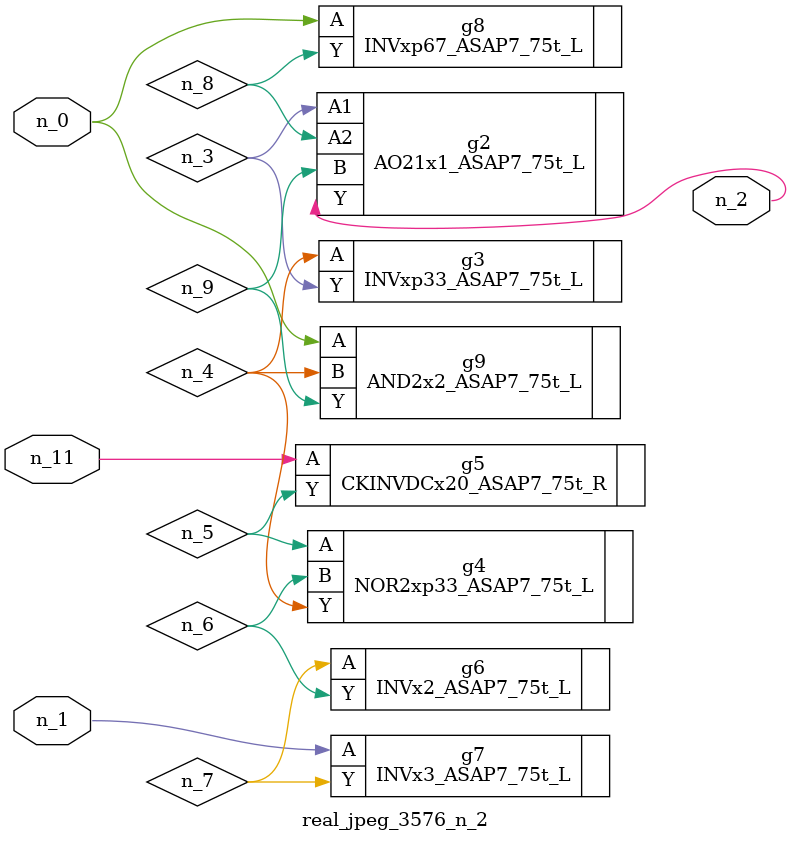
<source format=v>
module real_jpeg_3576_n_2 (n_1, n_11, n_0, n_2);

input n_1;
input n_11;
input n_0;

output n_2;

wire n_5;
wire n_8;
wire n_4;
wire n_6;
wire n_7;
wire n_3;
wire n_9;

INVxp67_ASAP7_75t_L g8 ( 
.A(n_0),
.Y(n_8)
);

AND2x2_ASAP7_75t_L g9 ( 
.A(n_0),
.B(n_4),
.Y(n_9)
);

INVx3_ASAP7_75t_L g7 ( 
.A(n_1),
.Y(n_7)
);

AO21x1_ASAP7_75t_L g2 ( 
.A1(n_3),
.A2(n_8),
.B(n_9),
.Y(n_2)
);

INVxp33_ASAP7_75t_L g3 ( 
.A(n_4),
.Y(n_3)
);

NOR2xp33_ASAP7_75t_L g4 ( 
.A(n_5),
.B(n_6),
.Y(n_4)
);

INVx2_ASAP7_75t_L g6 ( 
.A(n_7),
.Y(n_6)
);

CKINVDCx20_ASAP7_75t_R g5 ( 
.A(n_11),
.Y(n_5)
);


endmodule
</source>
